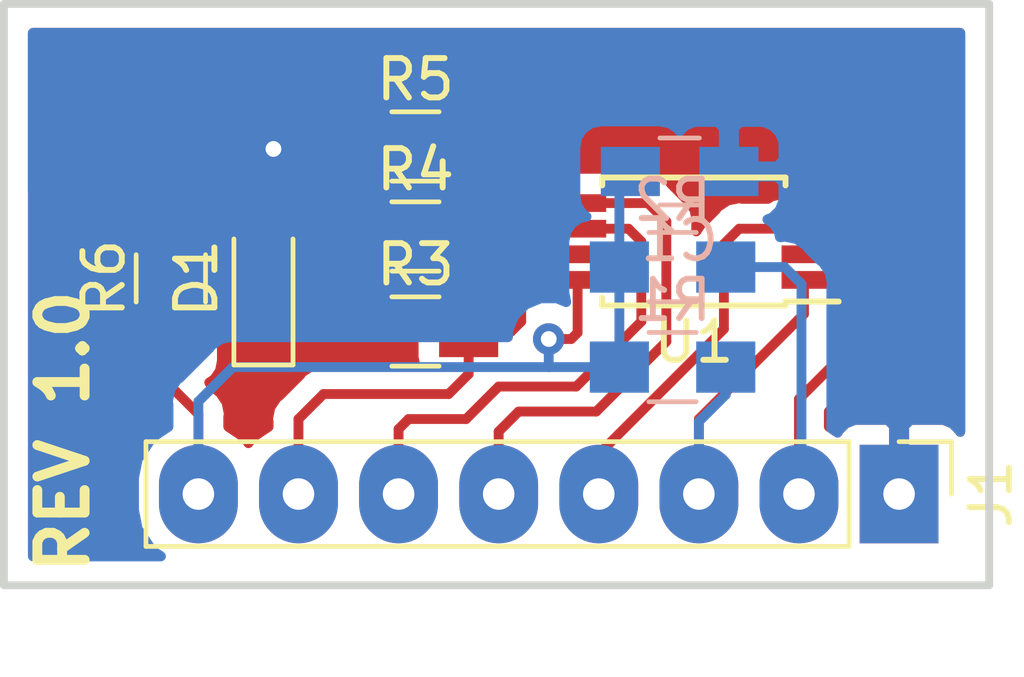
<source format=kicad_pcb>
(kicad_pcb (version 20171130) (host pcbnew 5.0.0-fee4fd1~66~ubuntu18.04.1)

  (general
    (thickness 1.6)
    (drawings 5)
    (tracks 88)
    (zones 0)
    (modules 10)
    (nets 10)
  )

  (page A4)
  (layers
    (0 F.Cu signal)
    (31 B.Cu signal)
    (32 B.Adhes user)
    (33 F.Adhes user)
    (34 B.Paste user)
    (35 F.Paste user)
    (36 B.SilkS user)
    (37 F.SilkS user)
    (38 B.Mask user)
    (39 F.Mask user)
    (40 Dwgs.User user)
    (41 Cmts.User user)
    (42 Eco1.User user)
    (43 Eco2.User user)
    (44 Edge.Cuts user)
    (45 Margin user)
    (46 B.CrtYd user)
    (47 F.CrtYd user)
    (48 B.Fab user)
    (49 F.Fab user)
  )

  (setup
    (last_trace_width 0.25)
    (trace_clearance 0.2)
    (zone_clearance 0.508)
    (zone_45_only no)
    (trace_min 0.2)
    (segment_width 0.2)
    (edge_width 0.15)
    (via_size 0.8)
    (via_drill 0.4)
    (via_min_size 0.4)
    (via_min_drill 0.3)
    (uvia_size 0.3)
    (uvia_drill 0.1)
    (uvias_allowed no)
    (uvia_min_size 0.2)
    (uvia_min_drill 0.1)
    (pcb_text_width 0.3)
    (pcb_text_size 1.5 1.5)
    (mod_edge_width 0.15)
    (mod_text_size 1 1)
    (mod_text_width 0.15)
    (pad_size 1.524 1.524)
    (pad_drill 0.762)
    (pad_to_mask_clearance 0.2)
    (aux_axis_origin 0 0)
    (visible_elements FFFFFF7F)
    (pcbplotparams
      (layerselection 0x010fc_ffffffff)
      (usegerberextensions false)
      (usegerberattributes false)
      (usegerberadvancedattributes false)
      (creategerberjobfile false)
      (excludeedgelayer true)
      (linewidth 0.100000)
      (plotframeref false)
      (viasonmask false)
      (mode 1)
      (useauxorigin false)
      (hpglpennumber 1)
      (hpglpenspeed 20)
      (hpglpendiameter 15.000000)
      (psnegative false)
      (psa4output false)
      (plotreference true)
      (plotvalue true)
      (plotinvisibletext false)
      (padsonsilk false)
      (subtractmaskfromsilk false)
      (outputformat 1)
      (mirror false)
      (drillshape 1)
      (scaleselection 1)
      (outputdirectory ""))
  )

  (net 0 "")
  (net 1 GND)
  (net 2 VDD)
  (net 3 /SDA)
  (net 4 /SCL)
  (net 5 /A0)
  (net 6 /A1)
  (net 7 /A2)
  (net 8 /ALERT)
  (net 9 "Net-(D1-Pad2)")

  (net_class Default "This is the default net class."
    (clearance 0.2)
    (trace_width 0.25)
    (via_dia 0.8)
    (via_drill 0.4)
    (uvia_dia 0.3)
    (uvia_drill 0.1)
    (add_net /A0)
    (add_net /A1)
    (add_net /A2)
    (add_net /ALERT)
    (add_net /SCL)
    (add_net /SDA)
    (add_net GND)
    (add_net "Net-(D1-Pad2)")
    (add_net VDD)
  )

  (module Resistors_SMD:R_0805_HandSoldering (layer F.Cu) (tedit 58E0A804) (tstamp 5BB8DB1D)
    (at 34.845 31.369)
    (descr "Resistor SMD 0805, hand soldering")
    (tags "resistor 0805")
    (path /5BB8DC88)
    (attr smd)
    (fp_text reference R5 (at 0 -1.7) (layer F.SilkS)
      (effects (font (size 1 1) (thickness 0.15)))
    )
    (fp_text value 103 (at 0 1.75) (layer F.Fab)
      (effects (font (size 1 1) (thickness 0.15)))
    )
    (fp_text user %R (at 0 0) (layer F.Fab)
      (effects (font (size 0.5 0.5) (thickness 0.075)))
    )
    (fp_line (start -1 0.62) (end -1 -0.62) (layer F.Fab) (width 0.1))
    (fp_line (start 1 0.62) (end -1 0.62) (layer F.Fab) (width 0.1))
    (fp_line (start 1 -0.62) (end 1 0.62) (layer F.Fab) (width 0.1))
    (fp_line (start -1 -0.62) (end 1 -0.62) (layer F.Fab) (width 0.1))
    (fp_line (start 0.6 0.88) (end -0.6 0.88) (layer F.SilkS) (width 0.12))
    (fp_line (start -0.6 -0.88) (end 0.6 -0.88) (layer F.SilkS) (width 0.12))
    (fp_line (start -2.35 -0.9) (end 2.35 -0.9) (layer F.CrtYd) (width 0.05))
    (fp_line (start -2.35 -0.9) (end -2.35 0.9) (layer F.CrtYd) (width 0.05))
    (fp_line (start 2.35 0.9) (end 2.35 -0.9) (layer F.CrtYd) (width 0.05))
    (fp_line (start 2.35 0.9) (end -2.35 0.9) (layer F.CrtYd) (width 0.05))
    (pad 1 smd rect (at -1.35 0) (size 1.5 1.3) (layers F.Cu F.Paste F.Mask)
      (net 1 GND))
    (pad 2 smd rect (at 1.35 0) (size 1.5 1.3) (layers F.Cu F.Paste F.Mask)
      (net 7 /A2))
    (model ${KISYS3DMOD}/Resistors_SMD.3dshapes/R_0805.wrl
      (at (xyz 0 0 0))
      (scale (xyz 1 1 1))
      (rotate (xyz 0 0 0))
    )
  )

  (module Resistors_SMD:R_0805_HandSoldering (layer F.Cu) (tedit 58E0A804) (tstamp 5BB8DB0C)
    (at 34.845 33.655)
    (descr "Resistor SMD 0805, hand soldering")
    (tags "resistor 0805")
    (path /5BB8DC82)
    (attr smd)
    (fp_text reference R4 (at 0 -1.7) (layer F.SilkS)
      (effects (font (size 1 1) (thickness 0.15)))
    )
    (fp_text value 103 (at 0 1.75) (layer F.Fab)
      (effects (font (size 1 1) (thickness 0.15)))
    )
    (fp_line (start 2.35 0.9) (end -2.35 0.9) (layer F.CrtYd) (width 0.05))
    (fp_line (start 2.35 0.9) (end 2.35 -0.9) (layer F.CrtYd) (width 0.05))
    (fp_line (start -2.35 -0.9) (end -2.35 0.9) (layer F.CrtYd) (width 0.05))
    (fp_line (start -2.35 -0.9) (end 2.35 -0.9) (layer F.CrtYd) (width 0.05))
    (fp_line (start -0.6 -0.88) (end 0.6 -0.88) (layer F.SilkS) (width 0.12))
    (fp_line (start 0.6 0.88) (end -0.6 0.88) (layer F.SilkS) (width 0.12))
    (fp_line (start -1 -0.62) (end 1 -0.62) (layer F.Fab) (width 0.1))
    (fp_line (start 1 -0.62) (end 1 0.62) (layer F.Fab) (width 0.1))
    (fp_line (start 1 0.62) (end -1 0.62) (layer F.Fab) (width 0.1))
    (fp_line (start -1 0.62) (end -1 -0.62) (layer F.Fab) (width 0.1))
    (fp_text user %R (at 0 0) (layer F.Fab)
      (effects (font (size 0.5 0.5) (thickness 0.075)))
    )
    (pad 2 smd rect (at 1.35 0) (size 1.5 1.3) (layers F.Cu F.Paste F.Mask)
      (net 6 /A1))
    (pad 1 smd rect (at -1.35 0) (size 1.5 1.3) (layers F.Cu F.Paste F.Mask)
      (net 1 GND))
    (model ${KISYS3DMOD}/Resistors_SMD.3dshapes/R_0805.wrl
      (at (xyz 0 0 0))
      (scale (xyz 1 1 1))
      (rotate (xyz 0 0 0))
    )
  )

  (module Capacitors_SMD:C_0805_HandSoldering (layer B.Cu) (tedit 58AA84A8) (tstamp 5BB8DAC8)
    (at 41.549 32.004)
    (descr "Capacitor SMD 0805, hand soldering")
    (tags "capacitor 0805")
    (path /5BB8E720)
    (attr smd)
    (fp_text reference C1 (at 0 1.75) (layer B.SilkS)
      (effects (font (size 1 1) (thickness 0.15)) (justify mirror))
    )
    (fp_text value 105 (at 0 -1.75) (layer B.Fab)
      (effects (font (size 1 1) (thickness 0.15)) (justify mirror))
    )
    (fp_line (start 2.25 -0.87) (end -2.25 -0.87) (layer B.CrtYd) (width 0.05))
    (fp_line (start 2.25 -0.87) (end 2.25 0.88) (layer B.CrtYd) (width 0.05))
    (fp_line (start -2.25 0.88) (end -2.25 -0.87) (layer B.CrtYd) (width 0.05))
    (fp_line (start -2.25 0.88) (end 2.25 0.88) (layer B.CrtYd) (width 0.05))
    (fp_line (start -0.5 -0.85) (end 0.5 -0.85) (layer B.SilkS) (width 0.12))
    (fp_line (start 0.5 0.85) (end -0.5 0.85) (layer B.SilkS) (width 0.12))
    (fp_line (start -1 0.62) (end 1 0.62) (layer B.Fab) (width 0.1))
    (fp_line (start 1 0.62) (end 1 -0.62) (layer B.Fab) (width 0.1))
    (fp_line (start 1 -0.62) (end -1 -0.62) (layer B.Fab) (width 0.1))
    (fp_line (start -1 -0.62) (end -1 0.62) (layer B.Fab) (width 0.1))
    (fp_text user %R (at 0 1.75) (layer B.Fab)
      (effects (font (size 1 1) (thickness 0.15)) (justify mirror))
    )
    (pad 2 smd rect (at 1.25 0) (size 1.5 1.25) (layers B.Cu B.Paste B.Mask)
      (net 1 GND))
    (pad 1 smd rect (at -1.25 0) (size 1.5 1.25) (layers B.Cu B.Paste B.Mask)
      (net 2 VDD))
    (model Capacitors_SMD.3dshapes/C_0805.wrl
      (at (xyz 0 0 0))
      (scale (xyz 1 1 1))
      (rotate (xyz 0 0 0))
    )
  )

  (module Resistors_SMD:R_0805_HandSoldering (layer F.Cu) (tedit 58E0A804) (tstamp 5BB8DAFB)
    (at 34.845 36.068)
    (descr "Resistor SMD 0805, hand soldering")
    (tags "resistor 0805")
    (path /5BB8DCA2)
    (attr smd)
    (fp_text reference R3 (at 0 -1.7) (layer F.SilkS)
      (effects (font (size 1 1) (thickness 0.15)))
    )
    (fp_text value 103 (at 0 1.75) (layer F.Fab)
      (effects (font (size 1 1) (thickness 0.15)))
    )
    (fp_line (start 2.35 0.9) (end -2.35 0.9) (layer F.CrtYd) (width 0.05))
    (fp_line (start 2.35 0.9) (end 2.35 -0.9) (layer F.CrtYd) (width 0.05))
    (fp_line (start -2.35 -0.9) (end -2.35 0.9) (layer F.CrtYd) (width 0.05))
    (fp_line (start -2.35 -0.9) (end 2.35 -0.9) (layer F.CrtYd) (width 0.05))
    (fp_line (start -0.6 -0.88) (end 0.6 -0.88) (layer F.SilkS) (width 0.12))
    (fp_line (start 0.6 0.88) (end -0.6 0.88) (layer F.SilkS) (width 0.12))
    (fp_line (start -1 -0.62) (end 1 -0.62) (layer F.Fab) (width 0.1))
    (fp_line (start 1 -0.62) (end 1 0.62) (layer F.Fab) (width 0.1))
    (fp_line (start 1 0.62) (end -1 0.62) (layer F.Fab) (width 0.1))
    (fp_line (start -1 0.62) (end -1 -0.62) (layer F.Fab) (width 0.1))
    (fp_text user %R (at 0 0) (layer F.Fab)
      (effects (font (size 0.5 0.5) (thickness 0.075)))
    )
    (pad 2 smd rect (at 1.35 0) (size 1.5 1.3) (layers F.Cu F.Paste F.Mask)
      (net 5 /A0))
    (pad 1 smd rect (at -1.35 0) (size 1.5 1.3) (layers F.Cu F.Paste F.Mask)
      (net 1 GND))
    (model ${KISYS3DMOD}/Resistors_SMD.3dshapes/R_0805.wrl
      (at (xyz 0 0 0))
      (scale (xyz 1 1 1))
      (rotate (xyz 0 0 0))
    )
  )

  (module Resistors_SMD:R_0805_HandSoldering (layer B.Cu) (tedit 58E0A804) (tstamp 5BB8DAD9)
    (at 41.369494 36.971402 180)
    (descr "Resistor SMD 0805, hand soldering")
    (tags "resistor 0805")
    (path /5BB8DB48)
    (attr smd)
    (fp_text reference R1 (at 0 1.7 180) (layer B.SilkS)
      (effects (font (size 1 1) (thickness 0.15)) (justify mirror))
    )
    (fp_text value 103 (at 0 -1.75 180) (layer B.Fab)
      (effects (font (size 1 1) (thickness 0.15)) (justify mirror))
    )
    (fp_line (start 2.35 -0.9) (end -2.35 -0.9) (layer B.CrtYd) (width 0.05))
    (fp_line (start 2.35 -0.9) (end 2.35 0.9) (layer B.CrtYd) (width 0.05))
    (fp_line (start -2.35 0.9) (end -2.35 -0.9) (layer B.CrtYd) (width 0.05))
    (fp_line (start -2.35 0.9) (end 2.35 0.9) (layer B.CrtYd) (width 0.05))
    (fp_line (start -0.6 0.88) (end 0.6 0.88) (layer B.SilkS) (width 0.12))
    (fp_line (start 0.6 -0.88) (end -0.6 -0.88) (layer B.SilkS) (width 0.12))
    (fp_line (start -1 0.62) (end 1 0.62) (layer B.Fab) (width 0.1))
    (fp_line (start 1 0.62) (end 1 -0.62) (layer B.Fab) (width 0.1))
    (fp_line (start 1 -0.62) (end -1 -0.62) (layer B.Fab) (width 0.1))
    (fp_line (start -1 -0.62) (end -1 0.62) (layer B.Fab) (width 0.1))
    (fp_text user %R (at 0 0 180) (layer B.Fab)
      (effects (font (size 0.5 0.5) (thickness 0.075)) (justify mirror))
    )
    (pad 2 smd rect (at 1.35 0 180) (size 1.5 1.3) (layers B.Cu B.Paste B.Mask)
      (net 2 VDD))
    (pad 1 smd rect (at -1.35 0 180) (size 1.5 1.3) (layers B.Cu B.Paste B.Mask)
      (net 3 /SDA))
    (model ${KISYS3DMOD}/Resistors_SMD.3dshapes/R_0805.wrl
      (at (xyz 0 0 0))
      (scale (xyz 1 1 1))
      (rotate (xyz 0 0 0))
    )
  )

  (module Housings_SSOP:TSSOP-8_4.4x3mm_Pitch0.65mm (layer F.Cu) (tedit 54130A77) (tstamp 5BB8E0E1)
    (at 41.91 33.782 180)
    (descr "8-Lead Plastic Thin Shrink Small Outline (ST)-4.4 mm Body [TSSOP] (see Microchip Packaging Specification 00000049BS.pdf)")
    (tags "SSOP 0.65")
    (path /5BB8DA95)
    (attr smd)
    (fp_text reference U1 (at 0 -2.55 180) (layer F.SilkS)
      (effects (font (size 1 1) (thickness 0.15)))
    )
    (fp_text value MCP9808 (at 0 2.55 180) (layer F.Fab)
      (effects (font (size 1 1) (thickness 0.15)))
    )
    (fp_text user %R (at 0 0 180) (layer F.Fab)
      (effects (font (size 0.7 0.7) (thickness 0.15)))
    )
    (fp_line (start -2.325 -1.525) (end -3.675 -1.525) (layer F.SilkS) (width 0.15))
    (fp_line (start -2.325 1.625) (end 2.325 1.625) (layer F.SilkS) (width 0.15))
    (fp_line (start -2.325 -1.625) (end 2.325 -1.625) (layer F.SilkS) (width 0.15))
    (fp_line (start -2.325 1.625) (end -2.325 1.425) (layer F.SilkS) (width 0.15))
    (fp_line (start 2.325 1.625) (end 2.325 1.425) (layer F.SilkS) (width 0.15))
    (fp_line (start 2.325 -1.625) (end 2.325 -1.425) (layer F.SilkS) (width 0.15))
    (fp_line (start -2.325 -1.625) (end -2.325 -1.525) (layer F.SilkS) (width 0.15))
    (fp_line (start -3.95 1.8) (end 3.95 1.8) (layer F.CrtYd) (width 0.05))
    (fp_line (start -3.95 -1.8) (end 3.95 -1.8) (layer F.CrtYd) (width 0.05))
    (fp_line (start 3.95 -1.8) (end 3.95 1.8) (layer F.CrtYd) (width 0.05))
    (fp_line (start -3.95 -1.8) (end -3.95 1.8) (layer F.CrtYd) (width 0.05))
    (fp_line (start -2.2 -0.5) (end -1.2 -1.5) (layer F.Fab) (width 0.15))
    (fp_line (start -2.2 1.5) (end -2.2 -0.5) (layer F.Fab) (width 0.15))
    (fp_line (start 2.2 1.5) (end -2.2 1.5) (layer F.Fab) (width 0.15))
    (fp_line (start 2.2 -1.5) (end 2.2 1.5) (layer F.Fab) (width 0.15))
    (fp_line (start -1.2 -1.5) (end 2.2 -1.5) (layer F.Fab) (width 0.15))
    (pad 8 smd rect (at 2.95 -0.975 180) (size 1.45 0.45) (layers F.Cu F.Paste F.Mask)
      (net 2 VDD))
    (pad 7 smd rect (at 2.95 -0.325 180) (size 1.45 0.45) (layers F.Cu F.Paste F.Mask)
      (net 5 /A0))
    (pad 6 smd rect (at 2.95 0.325 180) (size 1.45 0.45) (layers F.Cu F.Paste F.Mask)
      (net 6 /A1))
    (pad 5 smd rect (at 2.95 0.975 180) (size 1.45 0.45) (layers F.Cu F.Paste F.Mask)
      (net 7 /A2))
    (pad 4 smd rect (at -2.95 0.975 180) (size 1.45 0.45) (layers F.Cu F.Paste F.Mask)
      (net 1 GND))
    (pad 3 smd rect (at -2.95 0.325 180) (size 1.45 0.45) (layers F.Cu F.Paste F.Mask)
      (net 8 /ALERT))
    (pad 2 smd rect (at -2.95 -0.325 180) (size 1.45 0.45) (layers F.Cu F.Paste F.Mask)
      (net 4 /SCL))
    (pad 1 smd rect (at -2.95 -0.975 180) (size 1.45 0.45) (layers F.Cu F.Paste F.Mask)
      (net 3 /SDA))
    (model ${KISYS3DMOD}/Housings_SSOP.3dshapes/TSSOP-8_4.4x3mm_Pitch0.65mm.wrl
      (at (xyz 0 0 0))
      (scale (xyz 1 1 1))
      (rotate (xyz 0 0 0))
    )
  )

  (module Resistors_SMD:R_0805_HandSoldering (layer B.Cu) (tedit 58E0A804) (tstamp 5BB8DAEA)
    (at 41.369494 34.431402 180)
    (descr "Resistor SMD 0805, hand soldering")
    (tags "resistor 0805")
    (path /5BB8DBF8)
    (attr smd)
    (fp_text reference R2 (at 0 1.7 180) (layer B.SilkS)
      (effects (font (size 1 1) (thickness 0.15)) (justify mirror))
    )
    (fp_text value 103 (at 0 -1.75 180) (layer B.Fab)
      (effects (font (size 1 1) (thickness 0.15)) (justify mirror))
    )
    (fp_text user %R (at 0 0 180) (layer B.Fab)
      (effects (font (size 0.5 0.5) (thickness 0.075)) (justify mirror))
    )
    (fp_line (start -1 -0.62) (end -1 0.62) (layer B.Fab) (width 0.1))
    (fp_line (start 1 -0.62) (end -1 -0.62) (layer B.Fab) (width 0.1))
    (fp_line (start 1 0.62) (end 1 -0.62) (layer B.Fab) (width 0.1))
    (fp_line (start -1 0.62) (end 1 0.62) (layer B.Fab) (width 0.1))
    (fp_line (start 0.6 -0.88) (end -0.6 -0.88) (layer B.SilkS) (width 0.12))
    (fp_line (start -0.6 0.88) (end 0.6 0.88) (layer B.SilkS) (width 0.12))
    (fp_line (start -2.35 0.9) (end 2.35 0.9) (layer B.CrtYd) (width 0.05))
    (fp_line (start -2.35 0.9) (end -2.35 -0.9) (layer B.CrtYd) (width 0.05))
    (fp_line (start 2.35 -0.9) (end 2.35 0.9) (layer B.CrtYd) (width 0.05))
    (fp_line (start 2.35 -0.9) (end -2.35 -0.9) (layer B.CrtYd) (width 0.05))
    (pad 1 smd rect (at -1.35 0 180) (size 1.5 1.3) (layers B.Cu B.Paste B.Mask)
      (net 4 /SCL))
    (pad 2 smd rect (at 1.35 0 180) (size 1.5 1.3) (layers B.Cu B.Paste B.Mask)
      (net 2 VDD))
    (model ${KISYS3DMOD}/Resistors_SMD.3dshapes/R_0805.wrl
      (at (xyz 0 0 0))
      (scale (xyz 1 1 1))
      (rotate (xyz 0 0 0))
    )
  )

  (module footprint-lib:Pin_Header_Straight_1x08_Pitch2.54mm (layer F.Cu) (tedit 5BB8DD1D) (tstamp 5BB8EF93)
    (at 47.117 40.1955 270)
    (descr "Through hole straight pin header, 1x08, 2.54mm pitch, single row")
    (tags "Through hole pin header THT 1x08 2.54mm single row")
    (path /5BB8FA2F)
    (fp_text reference J1 (at 0 -2.33 270) (layer F.SilkS)
      (effects (font (size 1 1) (thickness 0.15)))
    )
    (fp_text value Conn_01x08 (at 0 20.11 270) (layer F.Fab)
      (effects (font (size 1 1) (thickness 0.15)))
    )
    (fp_text user %R (at 0 8.89) (layer F.Fab)
      (effects (font (size 1 1) (thickness 0.15)))
    )
    (fp_line (start 1.8 -1.8) (end -1.8 -1.8) (layer F.CrtYd) (width 0.05))
    (fp_line (start 1.8 19.55) (end 1.8 -1.8) (layer F.CrtYd) (width 0.05))
    (fp_line (start -1.8 19.55) (end 1.8 19.55) (layer F.CrtYd) (width 0.05))
    (fp_line (start -1.8 -1.8) (end -1.8 19.55) (layer F.CrtYd) (width 0.05))
    (fp_line (start -1.33 -1.33) (end 0 -1.33) (layer F.SilkS) (width 0.12))
    (fp_line (start -1.33 0) (end -1.33 -1.33) (layer F.SilkS) (width 0.12))
    (fp_line (start -1.33 1.27) (end 1.33 1.27) (layer F.SilkS) (width 0.12))
    (fp_line (start 1.33 1.27) (end 1.33 19.11) (layer F.SilkS) (width 0.12))
    (fp_line (start -1.33 1.27) (end -1.33 19.11) (layer F.SilkS) (width 0.12))
    (fp_line (start -1.33 19.11) (end 1.33 19.11) (layer F.SilkS) (width 0.12))
    (fp_line (start -1.27 -0.635) (end -0.635 -1.27) (layer F.Fab) (width 0.1))
    (fp_line (start -1.27 19.05) (end -1.27 -0.635) (layer F.Fab) (width 0.1))
    (fp_line (start 1.27 19.05) (end -1.27 19.05) (layer F.Fab) (width 0.1))
    (fp_line (start 1.27 -1.27) (end 1.27 19.05) (layer F.Fab) (width 0.1))
    (fp_line (start -0.635 -1.27) (end 1.27 -1.27) (layer F.Fab) (width 0.1))
    (pad 8 thru_hole oval (at 0 17.78 270) (size 2.5 2) (drill 0.8) (layers *.Cu *.Mask)
      (net 2 VDD))
    (pad 7 thru_hole oval (at 0 15.24 270) (size 2.5 2) (drill 0.8) (layers *.Cu *.Mask)
      (net 5 /A0))
    (pad 6 thru_hole oval (at 0 12.7 270) (size 2.5 2) (drill 0.8) (layers *.Cu *.Mask)
      (net 6 /A1))
    (pad 5 thru_hole oval (at 0 10.16 270) (size 2.5 2) (drill 0.8) (layers *.Cu *.Mask)
      (net 7 /A2))
    (pad 4 thru_hole oval (at 0 7.62 270) (size 2.5 2) (drill 0.8) (layers *.Cu *.Mask)
      (net 8 /ALERT))
    (pad 3 thru_hole oval (at 0 5.08 270) (size 2.5 2) (drill 0.8) (layers *.Cu *.Mask)
      (net 3 /SDA))
    (pad 2 thru_hole oval (at 0 2.54 270) (size 2.5 2) (drill 0.8) (layers *.Cu *.Mask)
      (net 4 /SCL))
    (pad 1 thru_hole rect (at 0 0 270) (size 2.5 2) (drill 0.8) (layers *.Cu *.Mask)
      (net 1 GND))
    (model ${KISYS3DMOD}/Pin_Headers.3dshapes/Pin_Header_Straight_1x08_Pitch2.54mm.wrl
      (at (xyz 0 0 0))
      (scale (xyz 1 1 1))
      (rotate (xyz 0 0 0))
    )
  )

  (module LEDs:LED_0805_HandSoldering (layer F.Cu) (tedit 595FCA25) (tstamp 5BB8EF02)
    (at 30.988 34.718 90)
    (descr "Resistor SMD 0805, hand soldering")
    (tags "resistor 0805")
    (path /5BB95371)
    (attr smd)
    (fp_text reference D1 (at 0 -1.7 90) (layer F.SilkS)
      (effects (font (size 1 1) (thickness 0.15)))
    )
    (fp_text value LED (at 0 1.75 90) (layer F.Fab)
      (effects (font (size 1 1) (thickness 0.15)))
    )
    (fp_line (start -2.2 -0.75) (end -2.2 0.75) (layer F.SilkS) (width 0.12))
    (fp_line (start 2.35 0.9) (end -2.35 0.9) (layer F.CrtYd) (width 0.05))
    (fp_line (start 2.35 0.9) (end 2.35 -0.9) (layer F.CrtYd) (width 0.05))
    (fp_line (start -2.35 -0.9) (end -2.35 0.9) (layer F.CrtYd) (width 0.05))
    (fp_line (start -2.35 -0.9) (end 2.35 -0.9) (layer F.CrtYd) (width 0.05))
    (fp_line (start -2.2 -0.75) (end 1 -0.75) (layer F.SilkS) (width 0.12))
    (fp_line (start 1 0.75) (end -2.2 0.75) (layer F.SilkS) (width 0.12))
    (fp_line (start -1 -0.62) (end 1 -0.62) (layer F.Fab) (width 0.1))
    (fp_line (start 1 -0.62) (end 1 0.62) (layer F.Fab) (width 0.1))
    (fp_line (start 1 0.62) (end -1 0.62) (layer F.Fab) (width 0.1))
    (fp_line (start -1 0.62) (end -1 -0.62) (layer F.Fab) (width 0.1))
    (fp_line (start 0.2 -0.4) (end 0.2 0.4) (layer F.Fab) (width 0.1))
    (fp_line (start 0.2 0.4) (end -0.4 0) (layer F.Fab) (width 0.1))
    (fp_line (start -0.4 0) (end 0.2 -0.4) (layer F.Fab) (width 0.1))
    (fp_line (start -0.4 -0.4) (end -0.4 0.4) (layer F.Fab) (width 0.1))
    (pad 2 smd rect (at 1.35 0 90) (size 1.5 1.3) (layers F.Cu F.Paste F.Mask)
      (net 9 "Net-(D1-Pad2)"))
    (pad 1 smd rect (at -1.35 0 90) (size 1.5 1.3) (layers F.Cu F.Paste F.Mask)
      (net 1 GND))
    (model ${KISYS3DMOD}/LEDs.3dshapes/LED_0805.wrl
      (at (xyz 0 0 0))
      (scale (xyz 1 1 1))
      (rotate (xyz 0 0 0))
    )
  )

  (module Resistors_SMD:R_0805_HandSoldering (layer F.Cu) (tedit 58E0A804) (tstamp 5BB8EF13)
    (at 28.6385 34.718 90)
    (descr "Resistor SMD 0805, hand soldering")
    (tags "resistor 0805")
    (path /5BB952B1)
    (attr smd)
    (fp_text reference R6 (at 0 -1.7 90) (layer F.SilkS)
      (effects (font (size 1 1) (thickness 0.15)))
    )
    (fp_text value 1k (at 0 1.75 90) (layer F.Fab)
      (effects (font (size 1 1) (thickness 0.15)))
    )
    (fp_line (start 2.35 0.9) (end -2.35 0.9) (layer F.CrtYd) (width 0.05))
    (fp_line (start 2.35 0.9) (end 2.35 -0.9) (layer F.CrtYd) (width 0.05))
    (fp_line (start -2.35 -0.9) (end -2.35 0.9) (layer F.CrtYd) (width 0.05))
    (fp_line (start -2.35 -0.9) (end 2.35 -0.9) (layer F.CrtYd) (width 0.05))
    (fp_line (start -0.6 -0.88) (end 0.6 -0.88) (layer F.SilkS) (width 0.12))
    (fp_line (start 0.6 0.88) (end -0.6 0.88) (layer F.SilkS) (width 0.12))
    (fp_line (start -1 -0.62) (end 1 -0.62) (layer F.Fab) (width 0.1))
    (fp_line (start 1 -0.62) (end 1 0.62) (layer F.Fab) (width 0.1))
    (fp_line (start 1 0.62) (end -1 0.62) (layer F.Fab) (width 0.1))
    (fp_line (start -1 0.62) (end -1 -0.62) (layer F.Fab) (width 0.1))
    (fp_text user %R (at 0 0 90) (layer F.Fab)
      (effects (font (size 0.5 0.5) (thickness 0.075)))
    )
    (pad 2 smd rect (at 1.35 0 90) (size 1.5 1.3) (layers F.Cu F.Paste F.Mask)
      (net 9 "Net-(D1-Pad2)"))
    (pad 1 smd rect (at -1.35 0 90) (size 1.5 1.3) (layers F.Cu F.Paste F.Mask)
      (net 2 VDD))
    (model ${KISYS3DMOD}/Resistors_SMD.3dshapes/R_0805.wrl
      (at (xyz 0 0 0))
      (scale (xyz 1 1 1))
      (rotate (xyz 0 0 0))
    )
  )

  (gr_text "REV 1.0" (at 25.908 38.608 90) (layer F.SilkS) (tstamp 5BBB1F4A)
    (effects (font (size 1.2 1.2) (thickness 0.25)))
  )
  (gr_line (start 24.403 27.7495) (end 49.403 27.7495) (layer Edge.Cuts) (width 0.2))
  (gr_line (start 49.403 27.7495) (end 49.403 42.512) (layer Edge.Cuts) (width 0.2))
  (gr_line (start 24.403 42.512) (end 49.403 42.512) (layer Edge.Cuts) (width 0.2))
  (gr_line (start 24.403 27.7495) (end 24.403 42.512) (layer Edge.Cuts) (width 0.2))

  (segment (start 47.117 40.1955) (end 47.117 33.528) (width 0.25) (layer F.Cu) (net 1))
  (segment (start 46.396 32.807) (end 44.86 32.807) (width 0.25) (layer F.Cu) (net 1))
  (segment (start 47.117 33.528) (end 46.396 32.807) (width 0.25) (layer F.Cu) (net 1))
  (segment (start 33.495 31.369) (end 33.495 33.655) (width 0.25) (layer F.Cu) (net 1))
  (segment (start 33.495 33.655) (end 33.495 36.068) (width 0.25) (layer F.Cu) (net 1))
  (segment (start 30.988 36.068) (end 33.495 36.068) (width 0.25) (layer F.Cu) (net 1))
  (segment (start 42.799 32.004) (end 46.2915 32.004) (width 0.25) (layer B.Cu) (net 1))
  (segment (start 47.117 32.8295) (end 47.117 40.1955) (width 0.25) (layer B.Cu) (net 1))
  (segment (start 46.2915 32.004) (end 47.117 32.8295) (width 0.25) (layer B.Cu) (net 1))
  (via (at 31.242 31.4325) (size 0.8) (drill 0.4) (layers F.Cu B.Cu) (net 1))
  (segment (start 33.495 31.369) (end 31.3055 31.369) (width 0.25) (layer F.Cu) (net 1))
  (segment (start 31.3055 31.369) (end 31.242 31.4325) (width 0.25) (layer F.Cu) (net 1))
  (segment (start 42.799 30.7975) (end 42.799 32.004) (width 0.25) (layer B.Cu) (net 1))
  (segment (start 42.164 30.1625) (end 42.799 30.7975) (width 0.25) (layer B.Cu) (net 1))
  (segment (start 31.877 30.1625) (end 42.164 30.1625) (width 0.25) (layer B.Cu) (net 1))
  (segment (start 31.242 31.4325) (end 31.242 30.7975) (width 0.25) (layer B.Cu) (net 1))
  (segment (start 31.242 30.7975) (end 31.877 30.1625) (width 0.25) (layer B.Cu) (net 1))
  (segment (start 40.019494 36.971402) (end 40.019494 34.431402) (width 0.25) (layer B.Cu) (net 2))
  (segment (start 40.019494 32.283506) (end 40.299 32.004) (width 0.25) (layer B.Cu) (net 2))
  (segment (start 40.019494 34.431402) (end 40.019494 32.283506) (width 0.25) (layer B.Cu) (net 2))
  (segment (start 29.337 37.846) (end 29.337 40.1955) (width 0.25) (layer B.Cu) (net 2))
  (segment (start 30.211598 36.971402) (end 29.337 37.846) (width 0.25) (layer B.Cu) (net 2))
  (via (at 38.227 36.2585) (size 0.8) (drill 0.4) (layers F.Cu B.Cu) (net 2))
  (segment (start 38.227 36.971402) (end 38.227 36.2585) (width 0.25) (layer B.Cu) (net 2))
  (segment (start 38.227 36.971402) (end 30.211598 36.971402) (width 0.25) (layer B.Cu) (net 2))
  (segment (start 40.019494 36.971402) (end 38.227 36.971402) (width 0.25) (layer B.Cu) (net 2))
  (segment (start 38.227 36.2585) (end 38.7985 36.2585) (width 0.25) (layer F.Cu) (net 2))
  (segment (start 38.96 36.097) (end 38.96 34.757) (width 0.25) (layer F.Cu) (net 2))
  (segment (start 38.7985 36.2585) (end 38.96 36.097) (width 0.25) (layer F.Cu) (net 2))
  (segment (start 29.337 38.1635) (end 29.337 40.1955) (width 0.25) (layer F.Cu) (net 2))
  (segment (start 28.6385 36.068) (end 28.6385 37.465) (width 0.25) (layer F.Cu) (net 2))
  (segment (start 28.6385 37.465) (end 29.337 38.1635) (width 0.25) (layer F.Cu) (net 2))
  (segment (start 42.719494 36.971402) (end 42.719494 37.671506) (width 0.25) (layer B.Cu) (net 3))
  (segment (start 42.037 38.354) (end 42.037 40.1955) (width 0.25) (layer B.Cu) (net 3))
  (segment (start 42.719494 37.671506) (end 42.037 38.354) (width 0.25) (layer B.Cu) (net 3))
  (segment (start 42.037 40.1955) (end 42.037 38.2905) (width 0.25) (layer F.Cu) (net 3))
  (segment (start 42.037 38.2905) (end 44.704 35.6235) (width 0.25) (layer F.Cu) (net 3))
  (segment (start 44.704 34.913) (end 44.86 34.757) (width 0.25) (layer F.Cu) (net 3))
  (segment (start 44.704 35.6235) (end 44.704 34.913) (width 0.25) (layer F.Cu) (net 3))
  (segment (start 42.719494 34.431402) (end 44.210402 34.431402) (width 0.25) (layer B.Cu) (net 4))
  (segment (start 44.210402 34.431402) (end 44.6405 34.8615) (width 0.25) (layer B.Cu) (net 4))
  (segment (start 44.6405 40.132) (end 44.577 40.1955) (width 0.25) (layer B.Cu) (net 4))
  (segment (start 44.6405 34.8615) (end 44.6405 40.132) (width 0.25) (layer B.Cu) (net 4))
  (segment (start 44.86 34.107) (end 45.918 34.107) (width 0.25) (layer F.Cu) (net 4))
  (segment (start 45.918 34.107) (end 46.355 34.544) (width 0.25) (layer F.Cu) (net 4))
  (segment (start 46.355 34.544) (end 46.355 36.0045) (width 0.25) (layer F.Cu) (net 4))
  (segment (start 44.577 37.7825) (end 44.577 40.1955) (width 0.25) (layer F.Cu) (net 4))
  (segment (start 46.355 36.0045) (end 44.577 37.7825) (width 0.25) (layer F.Cu) (net 4))
  (segment (start 36.195 36.068) (end 37.2745 36.068) (width 0.25) (layer F.Cu) (net 5))
  (segment (start 37.2745 36.068) (end 37.5285 35.814) (width 0.25) (layer F.Cu) (net 5))
  (segment (start 37.5285 35.814) (end 37.5285 34.29) (width 0.25) (layer F.Cu) (net 5))
  (segment (start 37.7115 34.107) (end 38.96 34.107) (width 0.25) (layer F.Cu) (net 5))
  (segment (start 37.5285 34.29) (end 37.7115 34.107) (width 0.25) (layer F.Cu) (net 5))
  (segment (start 36.195 37.1475) (end 36.195 36.068) (width 0.25) (layer F.Cu) (net 5))
  (segment (start 35.687 37.6555) (end 36.195 37.1475) (width 0.25) (layer F.Cu) (net 5))
  (segment (start 32.512 37.6555) (end 35.687 37.6555) (width 0.25) (layer F.Cu) (net 5))
  (segment (start 31.877 40.1955) (end 31.877 38.2905) (width 0.25) (layer F.Cu) (net 5))
  (segment (start 31.877 38.2905) (end 32.512 37.6555) (width 0.25) (layer F.Cu) (net 5))
  (segment (start 36.195 33.655) (end 37.465 33.655) (width 0.25) (layer F.Cu) (net 6))
  (segment (start 37.663 33.457) (end 38.96 33.457) (width 0.25) (layer F.Cu) (net 6))
  (segment (start 37.465 33.655) (end 37.663 33.457) (width 0.25) (layer F.Cu) (net 6))
  (segment (start 34.417 38.5445) (end 34.417 40.1955) (width 0.25) (layer F.Cu) (net 6))
  (segment (start 34.671 38.2905) (end 34.417 38.5445) (width 0.25) (layer F.Cu) (net 6))
  (segment (start 40.2515 33.457) (end 40.5765 33.782) (width 0.25) (layer F.Cu) (net 6))
  (segment (start 38.96 33.457) (end 40.2515 33.457) (width 0.25) (layer F.Cu) (net 6))
  (segment (start 40.5765 33.782) (end 40.5765 35.814) (width 0.25) (layer F.Cu) (net 6))
  (segment (start 36.1315 38.2905) (end 34.671 38.2905) (width 0.25) (layer F.Cu) (net 6))
  (segment (start 36.957 37.465) (end 36.1315 38.2905) (width 0.25) (layer F.Cu) (net 6))
  (segment (start 40.5765 35.814) (end 38.9255 37.465) (width 0.25) (layer F.Cu) (net 6))
  (segment (start 38.9255 37.465) (end 36.957 37.465) (width 0.25) (layer F.Cu) (net 6))
  (segment (start 37.4015 31.369) (end 36.195 31.369) (width 0.25) (layer F.Cu) (net 7))
  (segment (start 37.592 31.5595) (end 37.4015 31.369) (width 0.25) (layer F.Cu) (net 7))
  (segment (start 37.592 32.512) (end 37.592 31.5595) (width 0.25) (layer F.Cu) (net 7))
  (segment (start 38.96 32.807) (end 37.887 32.807) (width 0.25) (layer F.Cu) (net 7))
  (segment (start 37.887 32.807) (end 37.592 32.512) (width 0.25) (layer F.Cu) (net 7))
  (segment (start 36.957 38.608) (end 36.957 40.1955) (width 0.25) (layer F.Cu) (net 7))
  (segment (start 40.7445 32.807) (end 41.2115 33.274) (width 0.25) (layer F.Cu) (net 7))
  (segment (start 41.2115 33.274) (end 41.2115 36.322) (width 0.25) (layer F.Cu) (net 7))
  (segment (start 37.465 38.1) (end 36.957 38.608) (width 0.25) (layer F.Cu) (net 7))
  (segment (start 38.96 32.807) (end 40.7445 32.807) (width 0.25) (layer F.Cu) (net 7))
  (segment (start 39.4335 38.1) (end 37.465 38.1) (width 0.25) (layer F.Cu) (net 7))
  (segment (start 41.2115 36.322) (end 39.4335 38.1) (width 0.25) (layer F.Cu) (net 7))
  (segment (start 39.497 40.1955) (end 39.497 39.1795) (width 0.25) (layer F.Cu) (net 8))
  (segment (start 39.497 39.1795) (end 42.672 36.0045) (width 0.25) (layer F.Cu) (net 8))
  (segment (start 42.672 36.0045) (end 42.672 33.8455) (width 0.25) (layer F.Cu) (net 8))
  (segment (start 43.0605 33.457) (end 44.86 33.457) (width 0.25) (layer F.Cu) (net 8))
  (segment (start 42.672 33.8455) (end 43.0605 33.457) (width 0.25) (layer F.Cu) (net 8))
  (segment (start 28.6385 33.368) (end 30.988 33.368) (width 0.25) (layer F.Cu) (net 9))

  (zone (net 1) (net_name GND) (layer F.Cu) (tstamp 0) (hatch edge 0.508)
    (connect_pads thru_hole_only (clearance 0.508))
    (min_thickness 0.254)
    (fill yes (arc_segments 16) (thermal_gap 0.508) (thermal_bridge_width 0.508))
    (polygon
      (pts
        (xy 24.765 27.94) (xy 24.765 41.91) (xy 48.895 41.91) (xy 48.895 27.94)
      )
    )
    (filled_polygon
      (pts
        (xy 48.668001 38.616399) (xy 48.655327 38.585802) (xy 48.476699 38.407173) (xy 48.24331 38.3105) (xy 47.40275 38.3105)
        (xy 47.244 38.46925) (xy 47.244 40.0685) (xy 47.264 40.0685) (xy 47.264 40.3225) (xy 47.244 40.3225)
        (xy 47.244 40.3425) (xy 46.99 40.3425) (xy 46.99 40.3225) (xy 46.97 40.3225) (xy 46.97 40.0685)
        (xy 46.99 40.0685) (xy 46.99 38.46925) (xy 46.83125 38.3105) (xy 45.99069 38.3105) (xy 45.757301 38.407173)
        (xy 45.578673 38.585802) (xy 45.558365 38.63483) (xy 45.337 38.486919) (xy 45.337 38.097301) (xy 46.839473 36.594829)
        (xy 46.902929 36.552429) (xy 46.961766 36.464374) (xy 47.070904 36.301038) (xy 47.08048 36.252895) (xy 47.115 36.079352)
        (xy 47.115 36.079348) (xy 47.129888 36.0045) (xy 47.115 35.929652) (xy 47.115 34.618846) (xy 47.129888 34.543999)
        (xy 47.115 34.469152) (xy 47.115 34.469148) (xy 47.070904 34.247463) (xy 46.902929 33.996071) (xy 46.839473 33.953671)
        (xy 46.508331 33.622529) (xy 46.465929 33.559071) (xy 46.23244 33.403058) (xy 46.23244 33.232) (xy 46.183157 32.984235)
        (xy 46.042809 32.774191) (xy 45.832765 32.633843) (xy 45.585 32.58456) (xy 44.135 32.58456) (xy 43.887235 32.633843)
        (xy 43.792715 32.697) (xy 43.135347 32.697) (xy 43.0605 32.682112) (xy 42.985653 32.697) (xy 42.985648 32.697)
        (xy 42.763963 32.741096) (xy 42.512571 32.909071) (xy 42.470169 32.97253) (xy 42.187528 33.255171) (xy 42.124072 33.297571)
        (xy 42.081672 33.361027) (xy 42.081671 33.361028) (xy 41.9715 33.525911) (xy 41.9715 33.348848) (xy 41.986388 33.274)
        (xy 41.9715 33.199152) (xy 41.9715 33.199148) (xy 41.933301 33.007111) (xy 41.927404 32.977462) (xy 41.853375 32.866671)
        (xy 41.759429 32.726071) (xy 41.69597 32.683669) (xy 41.334831 32.32253) (xy 41.292429 32.259071) (xy 41.041037 32.091096)
        (xy 40.819352 32.047) (xy 40.819347 32.047) (xy 40.7445 32.032112) (xy 40.669653 32.047) (xy 40.027285 32.047)
        (xy 39.932765 31.983843) (xy 39.685 31.93456) (xy 38.352 31.93456) (xy 38.352 31.634348) (xy 38.366888 31.5595)
        (xy 38.352 31.484652) (xy 38.352 31.484648) (xy 38.307904 31.262963) (xy 38.139929 31.011571) (xy 38.07647 30.969169)
        (xy 37.991831 30.88453) (xy 37.949429 30.821071) (xy 37.698037 30.653096) (xy 37.574441 30.628511) (xy 37.543157 30.471235)
        (xy 37.402809 30.261191) (xy 37.192765 30.120843) (xy 36.945 30.07156) (xy 35.445 30.07156) (xy 35.197235 30.120843)
        (xy 34.987191 30.261191) (xy 34.846843 30.471235) (xy 34.79756 30.719) (xy 34.79756 32.019) (xy 34.846843 32.266765)
        (xy 34.987191 32.476809) (xy 35.039858 32.512) (xy 34.987191 32.547191) (xy 34.846843 32.757235) (xy 34.79756 33.005)
        (xy 34.79756 34.305) (xy 34.846843 34.552765) (xy 34.987191 34.762809) (xy 35.134891 34.8615) (xy 34.987191 34.960191)
        (xy 34.846843 35.170235) (xy 34.79756 35.418) (xy 34.79756 36.718) (xy 34.832867 36.8955) (xy 32.586848 36.8955)
        (xy 32.512 36.880612) (xy 32.437152 36.8955) (xy 32.437148 36.8955) (xy 32.215463 36.939596) (xy 31.964071 37.107571)
        (xy 31.921671 37.171027) (xy 31.392528 37.700171) (xy 31.329072 37.742571) (xy 31.286672 37.806027) (xy 31.286671 37.806028)
        (xy 31.161097 37.993963) (xy 31.102112 38.2905) (xy 31.117001 38.365352) (xy 31.117001 38.486918) (xy 30.698231 38.766731)
        (xy 30.607 38.903268) (xy 30.515769 38.766731) (xy 30.097 38.486919) (xy 30.097 38.238346) (xy 30.111888 38.163499)
        (xy 30.097 38.088652) (xy 30.097 38.088648) (xy 30.052904 37.866963) (xy 29.884929 37.615571) (xy 29.821473 37.573171)
        (xy 29.613111 37.36481) (xy 29.746309 37.275809) (xy 29.886657 37.065765) (xy 29.93594 36.818) (xy 29.93594 35.318)
        (xy 29.886657 35.070235) (xy 29.746309 34.860191) (xy 29.536265 34.719843) (xy 29.527 34.718) (xy 29.536265 34.716157)
        (xy 29.746309 34.575809) (xy 29.81325 34.475625) (xy 29.880191 34.575809) (xy 30.090235 34.716157) (xy 30.338 34.76544)
        (xy 31.638 34.76544) (xy 31.885765 34.716157) (xy 32.095809 34.575809) (xy 32.236157 34.365765) (xy 32.28544 34.118)
        (xy 32.28544 32.618) (xy 32.236157 32.370235) (xy 32.095809 32.160191) (xy 31.885765 32.019843) (xy 31.638 31.97056)
        (xy 30.338 31.97056) (xy 30.090235 32.019843) (xy 29.880191 32.160191) (xy 29.81325 32.260375) (xy 29.746309 32.160191)
        (xy 29.536265 32.019843) (xy 29.2885 31.97056) (xy 27.9885 31.97056) (xy 27.740735 32.019843) (xy 27.530691 32.160191)
        (xy 27.390343 32.370235) (xy 27.363452 32.505428) (xy 25.138 32.505428) (xy 25.138 28.4845) (xy 48.668 28.4845)
      )
    )
  )
  (zone (net 1) (net_name GND) (layer B.Cu) (tstamp 0) (hatch edge 0.508)
    (connect_pads (clearance 0.508))
    (min_thickness 0.254)
    (fill yes (arc_segments 16) (thermal_gap 0.508) (thermal_bridge_width 0.508))
    (polygon
      (pts
        (xy 24.765 27.94) (xy 24.765 41.91) (xy 48.895 41.91) (xy 48.895 27.94)
      )
    )
    (filled_polygon
      (pts
        (xy 48.668001 38.616399) (xy 48.655327 38.585802) (xy 48.476699 38.407173) (xy 48.24331 38.3105) (xy 47.40275 38.3105)
        (xy 47.244 38.46925) (xy 47.244 40.0685) (xy 47.264 40.0685) (xy 47.264 40.3225) (xy 47.244 40.3225)
        (xy 47.244 40.3425) (xy 46.99 40.3425) (xy 46.99 40.3225) (xy 46.97 40.3225) (xy 46.97 40.0685)
        (xy 46.99 40.0685) (xy 46.99 38.46925) (xy 46.83125 38.3105) (xy 45.99069 38.3105) (xy 45.757301 38.407173)
        (xy 45.578673 38.585802) (xy 45.558365 38.63483) (xy 45.4005 38.529348) (xy 45.4005 34.936346) (xy 45.415388 34.861499)
        (xy 45.4005 34.786652) (xy 45.4005 34.786648) (xy 45.356404 34.564963) (xy 45.188429 34.313571) (xy 45.124973 34.271171)
        (xy 44.800733 33.946931) (xy 44.758331 33.883473) (xy 44.506939 33.715498) (xy 44.285254 33.671402) (xy 44.285249 33.671402)
        (xy 44.210402 33.656514) (xy 44.135555 33.671402) (xy 44.095054 33.671402) (xy 44.067651 33.533637) (xy 43.927303 33.323593)
        (xy 43.775813 33.22237) (xy 43.908698 33.167327) (xy 44.087327 32.988699) (xy 44.184 32.75531) (xy 44.184 32.28975)
        (xy 44.02525 32.131) (xy 42.926 32.131) (xy 42.926 32.151) (xy 42.672 32.151) (xy 42.672 32.131)
        (xy 42.652 32.131) (xy 42.652 31.877) (xy 42.672 31.877) (xy 42.672 30.90275) (xy 42.926 30.90275)
        (xy 42.926 31.877) (xy 44.02525 31.877) (xy 44.184 31.71825) (xy 44.184 31.25269) (xy 44.087327 31.019301)
        (xy 43.908698 30.840673) (xy 43.675309 30.744) (xy 43.08475 30.744) (xy 42.926 30.90275) (xy 42.672 30.90275)
        (xy 42.51325 30.744) (xy 41.922691 30.744) (xy 41.689302 30.840673) (xy 41.547654 30.98232) (xy 41.506809 30.921191)
        (xy 41.296765 30.780843) (xy 41.049 30.73156) (xy 39.549 30.73156) (xy 39.301235 30.780843) (xy 39.091191 30.921191)
        (xy 38.950843 31.131235) (xy 38.90156 31.379) (xy 38.90156 32.629) (xy 38.950843 32.876765) (xy 39.091191 33.086809)
        (xy 39.186474 33.150476) (xy 39.021729 33.183245) (xy 38.811685 33.323593) (xy 38.671337 33.533637) (xy 38.622054 33.781402)
        (xy 38.622054 35.081402) (xy 38.669843 35.321656) (xy 38.432874 35.2235) (xy 38.021126 35.2235) (xy 37.64072 35.381069)
        (xy 37.349569 35.67222) (xy 37.192 36.052626) (xy 37.192 36.211402) (xy 30.286444 36.211402) (xy 30.211597 36.196514)
        (xy 30.13675 36.211402) (xy 30.136746 36.211402) (xy 29.915061 36.255498) (xy 29.915059 36.255499) (xy 29.91506 36.255499)
        (xy 29.727124 36.381073) (xy 29.727122 36.381075) (xy 29.663669 36.423473) (xy 29.621271 36.486927) (xy 28.852529 37.255669)
        (xy 28.789071 37.298071) (xy 28.621096 37.549464) (xy 28.577 37.771149) (xy 28.577 37.771153) (xy 28.562112 37.846)
        (xy 28.577 37.920847) (xy 28.577 38.486919) (xy 28.158231 38.766731) (xy 27.796864 39.307555) (xy 27.702 39.784469)
        (xy 27.702 40.60653) (xy 27.796864 41.083444) (xy 28.158231 41.624269) (xy 28.386809 41.777) (xy 25.138 41.777)
        (xy 25.138 28.4845) (xy 48.668 28.4845)
      )
    )
  )
)

</source>
